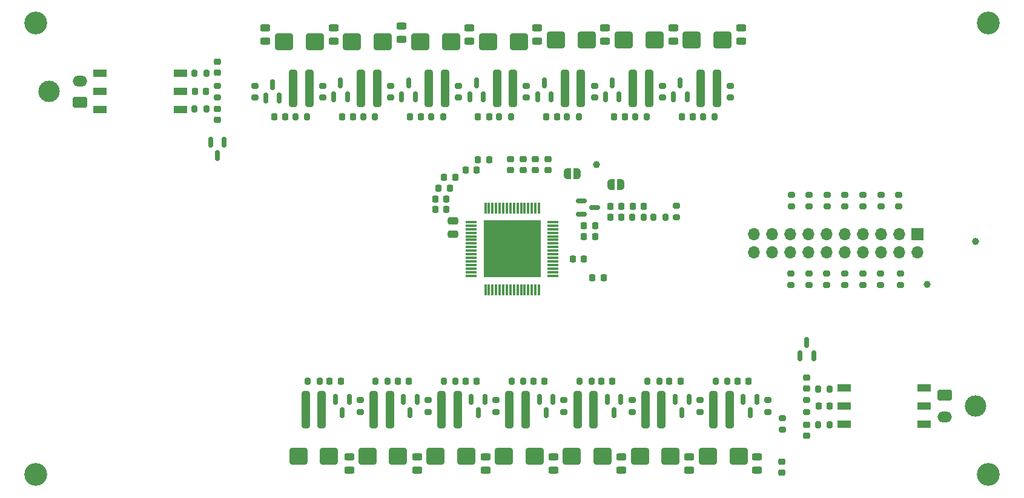
<source format=gbr>
%TF.GenerationSoftware,KiCad,Pcbnew,7.0.11-rc3*%
%TF.CreationDate,2025-03-16T23:24:32+08:00*%
%TF.ProjectId,BQ79616_BMS_14Ch,42513739-3631-4365-9f42-4d535f313443,V1.2*%
%TF.SameCoordinates,Original*%
%TF.FileFunction,Soldermask,Top*%
%TF.FilePolarity,Negative*%
%FSLAX46Y46*%
G04 Gerber Fmt 4.6, Leading zero omitted, Abs format (unit mm)*
G04 Created by KiCad (PCBNEW 7.0.11-rc3) date 2025-03-16 23:24:32*
%MOMM*%
%LPD*%
G01*
G04 APERTURE LIST*
G04 Aperture macros list*
%AMRoundRect*
0 Rectangle with rounded corners*
0 $1 Rounding radius*
0 $2 $3 $4 $5 $6 $7 $8 $9 X,Y pos of 4 corners*
0 Add a 4 corners polygon primitive as box body*
4,1,4,$2,$3,$4,$5,$6,$7,$8,$9,$2,$3,0*
0 Add four circle primitives for the rounded corners*
1,1,$1+$1,$2,$3*
1,1,$1+$1,$4,$5*
1,1,$1+$1,$6,$7*
1,1,$1+$1,$8,$9*
0 Add four rect primitives between the rounded corners*
20,1,$1+$1,$2,$3,$4,$5,0*
20,1,$1+$1,$4,$5,$6,$7,0*
20,1,$1+$1,$6,$7,$8,$9,0*
20,1,$1+$1,$8,$9,$2,$3,0*%
%AMFreePoly0*
4,1,19,0.500000,-0.750000,0.000000,-0.750000,0.000000,-0.744911,-0.071157,-0.744911,-0.207708,-0.704816,-0.327430,-0.627875,-0.420627,-0.520320,-0.479746,-0.390866,-0.500000,-0.250000,-0.500000,0.250000,-0.479746,0.390866,-0.420627,0.520320,-0.327430,0.627875,-0.207708,0.704816,-0.071157,0.744911,0.000000,0.744911,0.000000,0.750000,0.500000,0.750000,0.500000,-0.750000,0.500000,-0.750000,
$1*%
%AMFreePoly1*
4,1,19,0.000000,0.744911,0.071157,0.744911,0.207708,0.704816,0.327430,0.627875,0.420627,0.520320,0.479746,0.390866,0.500000,0.250000,0.500000,-0.250000,0.479746,-0.390866,0.420627,-0.520320,0.327430,-0.627875,0.207708,-0.704816,0.071157,-0.744911,0.000000,-0.744911,0.000000,-0.750000,-0.500000,-0.750000,-0.500000,0.750000,0.000000,0.750000,0.000000,0.744911,0.000000,0.744911,
$1*%
G04 Aperture macros list end*
%ADD10RoundRect,0.150000X0.150000X-0.587500X0.150000X0.587500X-0.150000X0.587500X-0.150000X-0.587500X0*%
%ADD11RoundRect,0.200000X-0.275000X0.200000X-0.275000X-0.200000X0.275000X-0.200000X0.275000X0.200000X0*%
%ADD12RoundRect,0.150000X-0.150000X0.587500X-0.150000X-0.587500X0.150000X-0.587500X0.150000X0.587500X0*%
%ADD13RoundRect,0.243750X-0.456250X0.243750X-0.456250X-0.243750X0.456250X-0.243750X0.456250X0.243750X0*%
%ADD14RoundRect,0.250000X-1.000000X-0.900000X1.000000X-0.900000X1.000000X0.900000X-1.000000X0.900000X0*%
%ADD15RoundRect,0.225000X0.250000X-0.225000X0.250000X0.225000X-0.250000X0.225000X-0.250000X-0.225000X0*%
%ADD16C,3.200000*%
%ADD17RoundRect,0.200000X0.275000X-0.200000X0.275000X0.200000X-0.275000X0.200000X-0.275000X-0.200000X0*%
%ADD18RoundRect,0.200000X-0.200000X-0.275000X0.200000X-0.275000X0.200000X0.275000X-0.200000X0.275000X0*%
%ADD19RoundRect,0.225000X0.225000X0.250000X-0.225000X0.250000X-0.225000X-0.250000X0.225000X-0.250000X0*%
%ADD20RoundRect,0.225000X-0.250000X0.225000X-0.250000X-0.225000X0.250000X-0.225000X0.250000X0.225000X0*%
%ADD21RoundRect,0.225000X-0.225000X-0.250000X0.225000X-0.250000X0.225000X0.250000X-0.225000X0.250000X0*%
%ADD22RoundRect,0.250000X-0.325000X-2.350000X0.325000X-2.350000X0.325000X2.350000X-0.325000X2.350000X0*%
%ADD23RoundRect,0.243750X0.456250X-0.243750X0.456250X0.243750X-0.456250X0.243750X-0.456250X-0.243750X0*%
%ADD24RoundRect,0.250000X0.325000X2.350000X-0.325000X2.350000X-0.325000X-2.350000X0.325000X-2.350000X0*%
%ADD25R,1.500000X0.300000*%
%ADD26R,0.300000X1.500000*%
%ADD27R,8.000000X8.000000*%
%ADD28RoundRect,0.250000X0.475000X-0.250000X0.475000X0.250000X-0.475000X0.250000X-0.475000X-0.250000X0*%
%ADD29RoundRect,0.250000X1.000000X0.900000X-1.000000X0.900000X-1.000000X-0.900000X1.000000X-0.900000X0*%
%ADD30RoundRect,0.150000X-0.587500X-0.150000X0.587500X-0.150000X0.587500X0.150000X-0.587500X0.150000X0*%
%ADD31RoundRect,0.200000X0.200000X0.275000X-0.200000X0.275000X-0.200000X-0.275000X0.200000X-0.275000X0*%
%ADD32C,1.000000*%
%ADD33R,1.830000X1.090000*%
%ADD34RoundRect,0.054500X0.860500X0.490500X-0.860500X0.490500X-0.860500X-0.490500X0.860500X-0.490500X0*%
%ADD35C,3.000000*%
%ADD36RoundRect,0.250001X0.759999X-0.499999X0.759999X0.499999X-0.759999X0.499999X-0.759999X-0.499999X0*%
%ADD37O,2.020000X1.500000*%
%ADD38FreePoly0,180.000000*%
%ADD39FreePoly1,180.000000*%
%ADD40RoundRect,0.054500X-0.860500X-0.490500X0.860500X-0.490500X0.860500X0.490500X-0.860500X0.490500X0*%
%ADD41R,1.700000X1.700000*%
%ADD42O,1.700000X1.700000*%
%ADD43RoundRect,0.218750X-0.218750X-0.256250X0.218750X-0.256250X0.218750X0.256250X-0.218750X0.256250X0*%
%ADD44RoundRect,0.250001X-0.759999X0.499999X-0.759999X-0.499999X0.759999X-0.499999X0.759999X0.499999X0*%
G04 APERTURE END LIST*
D10*
%TO.C,Q8*%
X115550000Y-73937500D03*
X117450000Y-73937500D03*
X116500000Y-72062500D03*
%TD*%
D11*
%TO.C,R49*%
X201560000Y-87425000D03*
X201560000Y-89075000D03*
%TD*%
D12*
%TO.C,Q11*%
X146200000Y-116062500D03*
X144300000Y-116062500D03*
X145250000Y-117937500D03*
%TD*%
D13*
%TO.C,F8*%
X115500000Y-64062500D03*
X115500000Y-65937500D03*
%TD*%
D12*
%TO.C,Q13*%
X165200000Y-116062500D03*
X163300000Y-116062500D03*
X164250000Y-117937500D03*
%TD*%
D14*
%TO.C,D3*%
X156100000Y-65750000D03*
X160400000Y-65750000D03*
%TD*%
D15*
%TO.C,C36*%
X108800000Y-70375000D03*
X108800000Y-68825000D03*
%TD*%
D10*
%TO.C,Q6*%
X134550000Y-73687500D03*
X136450000Y-73687500D03*
X135500000Y-71812500D03*
%TD*%
D16*
%TO.C,H1*%
X83400000Y-63400000D03*
%TD*%
D17*
%TO.C,R41*%
X128750000Y-117825000D03*
X128750000Y-116175000D03*
%TD*%
D18*
%TO.C,R66*%
X192775000Y-114600000D03*
X194425000Y-114600000D03*
%TD*%
D19*
%TO.C,C22*%
X140775000Y-88000000D03*
X139225000Y-88000000D03*
%TD*%
%TO.C,C9*%
X127775000Y-76500000D03*
X126225000Y-76500000D03*
%TD*%
D20*
%TO.C,C35*%
X108800000Y-75425000D03*
X108800000Y-76975000D03*
%TD*%
D21*
%TO.C,C11*%
X124475000Y-113500000D03*
X126025000Y-113500000D03*
%TD*%
D22*
%TO.C,R28*%
X140125000Y-117500000D03*
X142375000Y-117500000D03*
%TD*%
D17*
%TO.C,R44*%
X157250000Y-117825000D03*
X157250000Y-116175000D03*
%TD*%
D23*
%TO.C,F14*%
X174750000Y-125937500D03*
X174750000Y-124062500D03*
%TD*%
D14*
%TO.C,D1*%
X175100000Y-65750000D03*
X179400000Y-65750000D03*
%TD*%
D11*
%TO.C,R39*%
X123500000Y-72175000D03*
X123500000Y-73825000D03*
%TD*%
D21*
%TO.C,C31*%
X158500000Y-96400000D03*
X160050000Y-96400000D03*
%TD*%
D19*
%TO.C,C24*%
X142025000Y-85000000D03*
X140475000Y-85000000D03*
%TD*%
D10*
%TO.C,Q3*%
X163050000Y-73687500D03*
X164950000Y-73687500D03*
X164000000Y-71812500D03*
%TD*%
D24*
%TO.C,R25*%
X121625000Y-72500000D03*
X119375000Y-72500000D03*
%TD*%
D19*
%TO.C,C25*%
X145025000Y-84000000D03*
X143475000Y-84000000D03*
%TD*%
%TO.C,C1*%
X168375000Y-89050000D03*
X166825000Y-89050000D03*
%TD*%
D25*
%TO.C,U1*%
X144300000Y-91250000D03*
X144300000Y-91750000D03*
X144300000Y-92250000D03*
X144300000Y-92750000D03*
X144300000Y-93250000D03*
X144300000Y-93750000D03*
X144300000Y-94250000D03*
X144300000Y-94750000D03*
X144300000Y-95250000D03*
X144300000Y-95750000D03*
X144300000Y-96250000D03*
X144300000Y-96750000D03*
X144300000Y-97250000D03*
X144300000Y-97750000D03*
X144300000Y-98250000D03*
X144300000Y-98750000D03*
D26*
X146250000Y-100700000D03*
X146750000Y-100700000D03*
X147250000Y-100700000D03*
X147750000Y-100700000D03*
X148250000Y-100700000D03*
X148750000Y-100700000D03*
X149250000Y-100700000D03*
X149750000Y-100700000D03*
X150250000Y-100700000D03*
X150750000Y-100700000D03*
X151250000Y-100700000D03*
X151750000Y-100700000D03*
X152250000Y-100700000D03*
X152750000Y-100700000D03*
X153250000Y-100700000D03*
X153750000Y-100700000D03*
D25*
X155700000Y-98750000D03*
X155700000Y-98250000D03*
X155700000Y-97750000D03*
X155700000Y-97250000D03*
X155700000Y-96750000D03*
X155700000Y-96250000D03*
X155700000Y-95750000D03*
X155700000Y-95250000D03*
X155700000Y-94750000D03*
X155700000Y-94250000D03*
X155700000Y-93750000D03*
X155700000Y-93250000D03*
X155700000Y-92750000D03*
X155700000Y-92250000D03*
X155700000Y-91750000D03*
X155700000Y-91250000D03*
D26*
X153750000Y-89300000D03*
X153250000Y-89300000D03*
X152750000Y-89300000D03*
X152250000Y-89300000D03*
X151750000Y-89300000D03*
X151250000Y-89300000D03*
X150750000Y-89300000D03*
X150250000Y-89300000D03*
X149750000Y-89300000D03*
X149250000Y-89300000D03*
X148750000Y-89300000D03*
X148250000Y-89300000D03*
X147750000Y-89300000D03*
X147250000Y-89300000D03*
X146750000Y-89300000D03*
X146250000Y-89300000D03*
D27*
X150000000Y-95000000D03*
%TD*%
D28*
%TO.C,C3*%
X141750000Y-92950000D03*
X141750000Y-91050000D03*
%TD*%
D13*
%TO.C,F5*%
X144000000Y-64062500D03*
X144000000Y-65937500D03*
%TD*%
D23*
%TO.C,F12*%
X155750000Y-125937500D03*
X155750000Y-124062500D03*
%TD*%
D15*
%TO.C,C27*%
X149750000Y-83975000D03*
X149750000Y-82425000D03*
%TD*%
D14*
%TO.C,D7*%
X118100000Y-66000000D03*
X122400000Y-66000000D03*
%TD*%
D16*
%TO.C,H2*%
X216600000Y-63400000D03*
%TD*%
D29*
%TO.C,D10*%
X143600000Y-124000000D03*
X139300000Y-124000000D03*
%TD*%
D21*
%TO.C,C16*%
X171975000Y-113500000D03*
X173525000Y-113500000D03*
%TD*%
D11*
%TO.C,R34*%
X171000000Y-72175000D03*
X171000000Y-73825000D03*
%TD*%
D29*
%TO.C,D13*%
X172150000Y-124050000D03*
X167850000Y-124050000D03*
%TD*%
D18*
%TO.C,R11*%
X121425000Y-113500000D03*
X123075000Y-113500000D03*
%TD*%
D30*
%TO.C,Q1*%
X159662500Y-88250000D03*
X159662500Y-90150000D03*
X161537500Y-89200000D03*
%TD*%
D31*
%TO.C,R5*%
X168825000Y-76500000D03*
X167175000Y-76500000D03*
%TD*%
D32*
%TO.C,TP2*%
X161750000Y-83250000D03*
%TD*%
D17*
%TO.C,R57*%
X201500000Y-100075000D03*
X201500000Y-98425000D03*
%TD*%
D29*
%TO.C,D11*%
X153150000Y-124000000D03*
X148850000Y-124000000D03*
%TD*%
D17*
%TO.C,R59*%
X196500000Y-100075000D03*
X196500000Y-98425000D03*
%TD*%
D15*
%TO.C,C33*%
X191200000Y-114575000D03*
X191200000Y-113025000D03*
%TD*%
D24*
%TO.C,R19*%
X178625000Y-72500000D03*
X176375000Y-72500000D03*
%TD*%
D17*
%TO.C,R47*%
X185750000Y-117825000D03*
X185750000Y-116175000D03*
%TD*%
D10*
%TO.C,Q4*%
X153550000Y-73687500D03*
X155450000Y-73687500D03*
X154500000Y-71812500D03*
%TD*%
D33*
%TO.C,TR2*%
X103620000Y-75540000D03*
D34*
X103620000Y-73000000D03*
X103620000Y-70460000D03*
X92380000Y-70460000D03*
X92380000Y-73000000D03*
X92380000Y-75540000D03*
%TD*%
D23*
%TO.C,F15*%
X184250000Y-125937500D03*
X184250000Y-124062500D03*
%TD*%
D21*
%TO.C,C30*%
X161225000Y-99000000D03*
X162775000Y-99000000D03*
%TD*%
D17*
%TO.C,R60*%
X194000000Y-100075000D03*
X194000000Y-98425000D03*
%TD*%
D19*
%TO.C,C4*%
X175275000Y-76500000D03*
X173725000Y-76500000D03*
%TD*%
D11*
%TO.C,R37*%
X142500000Y-72175000D03*
X142500000Y-73825000D03*
%TD*%
D24*
%TO.C,R24*%
X131125000Y-72500000D03*
X128875000Y-72500000D03*
%TD*%
D23*
%TO.C,F10*%
X136750000Y-125937500D03*
X136750000Y-124062500D03*
%TD*%
D22*
%TO.C,R29*%
X149625000Y-117500000D03*
X151875000Y-117500000D03*
%TD*%
D19*
%TO.C,C7*%
X146775000Y-76500000D03*
X145225000Y-76500000D03*
%TD*%
D11*
%TO.C,R33*%
X180500000Y-72175000D03*
X180500000Y-73825000D03*
%TD*%
D17*
%TO.C,R65*%
X108800000Y-73825000D03*
X108800000Y-72175000D03*
%TD*%
D11*
%TO.C,R40*%
X114000000Y-72175000D03*
X114000000Y-73825000D03*
%TD*%
D17*
%TO.C,R43*%
X147750000Y-117825000D03*
X147750000Y-116175000D03*
%TD*%
D24*
%TO.C,R22*%
X150125000Y-72500000D03*
X147875000Y-72500000D03*
%TD*%
D29*
%TO.C,D9*%
X134050000Y-124000000D03*
X129750000Y-124000000D03*
%TD*%
D11*
%TO.C,R53*%
X191520000Y-87425000D03*
X191520000Y-89075000D03*
%TD*%
D14*
%TO.C,D2*%
X165600000Y-65750000D03*
X169900000Y-65750000D03*
%TD*%
D17*
%TO.C,R61*%
X191500000Y-100075000D03*
X191500000Y-98425000D03*
%TD*%
D10*
%TO.C,D16*%
X190250000Y-109937500D03*
X192150000Y-109937500D03*
X191200000Y-108062500D03*
%TD*%
D31*
%TO.C,R4*%
X178325000Y-76500000D03*
X176675000Y-76500000D03*
%TD*%
D13*
%TO.C,F4*%
X153500000Y-64062500D03*
X153500000Y-65937500D03*
%TD*%
D11*
%TO.C,R48*%
X204070000Y-87425000D03*
X204070000Y-89075000D03*
%TD*%
%TO.C,R52*%
X194030000Y-87425000D03*
X194030000Y-89075000D03*
%TD*%
D22*
%TO.C,R32*%
X178125000Y-117500000D03*
X180375000Y-117500000D03*
%TD*%
D31*
%TO.C,R6*%
X159325000Y-76500000D03*
X157675000Y-76500000D03*
%TD*%
D32*
%TO.C,TP3*%
X214750000Y-94000000D03*
%TD*%
D17*
%TO.C,R62*%
X189000000Y-100075000D03*
X189000000Y-98425000D03*
%TD*%
D13*
%TO.C,F1*%
X182000000Y-64062500D03*
X182000000Y-65937500D03*
%TD*%
D19*
%TO.C,C2*%
X165275000Y-90550000D03*
X163725000Y-90550000D03*
%TD*%
D17*
%TO.C,R42*%
X138250000Y-117825000D03*
X138250000Y-116175000D03*
%TD*%
D31*
%TO.C,R69*%
X107225000Y-70400000D03*
X105575000Y-70400000D03*
%TD*%
D21*
%TO.C,C15*%
X162475000Y-113500000D03*
X164025000Y-113500000D03*
%TD*%
D19*
%TO.C,C8*%
X137275000Y-76500000D03*
X135725000Y-76500000D03*
%TD*%
D13*
%TO.C,F7*%
X125000000Y-64062500D03*
X125000000Y-65937500D03*
%TD*%
D14*
%TO.C,D6*%
X127600000Y-66050000D03*
X131900000Y-66050000D03*
%TD*%
D29*
%TO.C,D14*%
X181650000Y-124000000D03*
X177350000Y-124000000D03*
%TD*%
D18*
%TO.C,R67*%
X192775000Y-119600000D03*
X194425000Y-119600000D03*
%TD*%
D35*
%TO.C,J5*%
X85250000Y-73000000D03*
D36*
X89570000Y-74500000D03*
D37*
X89570000Y-71500000D03*
%TD*%
D12*
%TO.C,Q15*%
X184200000Y-116062500D03*
X182300000Y-116062500D03*
X183250000Y-117937500D03*
%TD*%
D38*
%TO.C,JP1*%
X165150000Y-86000000D03*
D39*
X163850000Y-86000000D03*
%TD*%
D10*
%TO.C,Q2*%
X172550000Y-73687500D03*
X174450000Y-73687500D03*
X173500000Y-71812500D03*
%TD*%
D32*
%TO.C,TP4*%
X208000000Y-100000000D03*
%TD*%
D29*
%TO.C,D8*%
X124400000Y-124000000D03*
X120100000Y-124000000D03*
%TD*%
D19*
%TO.C,C21*%
X140775000Y-89500000D03*
X139225000Y-89500000D03*
%TD*%
D18*
%TO.C,R15*%
X159425000Y-113500000D03*
X161075000Y-113500000D03*
%TD*%
D21*
%TO.C,C38*%
X105625000Y-73000000D03*
X107175000Y-73000000D03*
%TD*%
D31*
%TO.C,R1*%
X171425000Y-90550000D03*
X169775000Y-90550000D03*
%TD*%
D33*
%TO.C,TR1*%
X196380000Y-114460000D03*
D40*
X196380000Y-117000000D03*
X196380000Y-119540000D03*
X207620000Y-119540000D03*
X207620000Y-117000000D03*
X207620000Y-114460000D03*
%TD*%
D10*
%TO.C,Q5*%
X144050000Y-73687500D03*
X145950000Y-73687500D03*
X145000000Y-71812500D03*
%TD*%
D12*
%TO.C,Q10*%
X136700000Y-116062500D03*
X134800000Y-116062500D03*
X135750000Y-117937500D03*
%TD*%
D23*
%TO.C,F11*%
X146250000Y-125937500D03*
X146250000Y-124062500D03*
%TD*%
D14*
%TO.C,D5*%
X137150000Y-66000000D03*
X141450000Y-66000000D03*
%TD*%
D11*
%TO.C,R35*%
X161500000Y-72175000D03*
X161500000Y-73825000D03*
%TD*%
D16*
%TO.C,H4*%
X216600000Y-126600000D03*
%TD*%
D13*
%TO.C,F2*%
X172500000Y-64062500D03*
X172500000Y-65937500D03*
%TD*%
D31*
%TO.C,R8*%
X140325000Y-76500000D03*
X138675000Y-76500000D03*
%TD*%
D18*
%TO.C,R17*%
X178425000Y-113500000D03*
X180075000Y-113500000D03*
%TD*%
D21*
%TO.C,C14*%
X152975000Y-113500000D03*
X154525000Y-113500000D03*
%TD*%
D38*
%TO.C,JP2*%
X159050000Y-84500000D03*
D39*
X157750000Y-84500000D03*
%TD*%
D18*
%TO.C,R12*%
X130925000Y-113500000D03*
X132575000Y-113500000D03*
%TD*%
D23*
%TO.C,F9*%
X127250000Y-125937500D03*
X127250000Y-124062500D03*
%TD*%
D12*
%TO.C,Q14*%
X174700000Y-116062500D03*
X172800000Y-116062500D03*
X173750000Y-117937500D03*
%TD*%
D17*
%TO.C,R45*%
X166750000Y-117825000D03*
X166750000Y-116175000D03*
%TD*%
D11*
%TO.C,R54*%
X189010000Y-87425000D03*
X189010000Y-89075000D03*
%TD*%
D23*
%TO.C,F13*%
X165250000Y-125937500D03*
X165250000Y-124062500D03*
%TD*%
D20*
%TO.C,C18*%
X187700000Y-124750000D03*
X187700000Y-126300000D03*
%TD*%
D21*
%TO.C,C32*%
X160025000Y-93300000D03*
X161575000Y-93300000D03*
%TD*%
D20*
%TO.C,C34*%
X191200000Y-119625000D03*
X191200000Y-121175000D03*
%TD*%
D11*
%TO.C,R64*%
X191200000Y-116175000D03*
X191200000Y-117825000D03*
%TD*%
D17*
%TO.C,R58*%
X199000000Y-100075000D03*
X199000000Y-98425000D03*
%TD*%
D22*
%TO.C,R27*%
X130625000Y-117500000D03*
X132875000Y-117500000D03*
%TD*%
D10*
%TO.C,Q7*%
X125050000Y-73687500D03*
X126950000Y-73687500D03*
X126000000Y-71812500D03*
%TD*%
D18*
%TO.C,R16*%
X168925000Y-113500000D03*
X170575000Y-113500000D03*
%TD*%
D11*
%TO.C,R36*%
X152000000Y-72175000D03*
X152000000Y-73825000D03*
%TD*%
D17*
%TO.C,R18*%
X187750000Y-120325000D03*
X187750000Y-118675000D03*
%TD*%
D18*
%TO.C,R14*%
X149925000Y-113500000D03*
X151575000Y-113500000D03*
%TD*%
D11*
%TO.C,R50*%
X199050000Y-87425000D03*
X199050000Y-89075000D03*
%TD*%
D15*
%TO.C,C29*%
X153250000Y-83975000D03*
X153250000Y-82425000D03*
%TD*%
D19*
%TO.C,C5*%
X165775000Y-76500000D03*
X164225000Y-76500000D03*
%TD*%
D22*
%TO.C,R26*%
X121125000Y-117500000D03*
X123375000Y-117500000D03*
%TD*%
D17*
%TO.C,R46*%
X176250000Y-117825000D03*
X176250000Y-116175000D03*
%TD*%
D24*
%TO.C,R20*%
X169125000Y-72500000D03*
X166875000Y-72500000D03*
%TD*%
D12*
%TO.C,D17*%
X109750000Y-80062500D03*
X107850000Y-80062500D03*
X108800000Y-81937500D03*
%TD*%
D13*
%TO.C,F3*%
X163000000Y-64062500D03*
X163000000Y-65937500D03*
%TD*%
D14*
%TO.C,D4*%
X146650000Y-66000000D03*
X150950000Y-66000000D03*
%TD*%
D41*
%TO.C,J1*%
X206660000Y-92960000D03*
D42*
X206660000Y-95500000D03*
X204120000Y-92960000D03*
X204120000Y-95500000D03*
X201580000Y-92960000D03*
X201580000Y-95500000D03*
X199040000Y-92960000D03*
X199040000Y-95500000D03*
X196500000Y-92960000D03*
X196500000Y-95500000D03*
X193960000Y-92960000D03*
X193960000Y-95500000D03*
X191420000Y-92960000D03*
X191420000Y-95500000D03*
X188880000Y-92960000D03*
X188880000Y-95500000D03*
X186340000Y-92960000D03*
X186340000Y-95500000D03*
X183800000Y-92960000D03*
X183800000Y-95500000D03*
%TD*%
D21*
%TO.C,C13*%
X143475000Y-113500000D03*
X145025000Y-113500000D03*
%TD*%
D31*
%TO.C,R7*%
X149825000Y-76500000D03*
X148175000Y-76500000D03*
%TD*%
D22*
%TO.C,R31*%
X168625000Y-117500000D03*
X170875000Y-117500000D03*
%TD*%
D11*
%TO.C,R38*%
X133000000Y-72175000D03*
X133000000Y-73825000D03*
%TD*%
D43*
%TO.C,D15*%
X163712500Y-89050000D03*
X165287500Y-89050000D03*
%TD*%
D35*
%TO.C,J4*%
X214750000Y-117000000D03*
D44*
X210430000Y-115500000D03*
D37*
X210430000Y-118500000D03*
%TD*%
D17*
%TO.C,R2*%
X173000000Y-90575000D03*
X173000000Y-88925000D03*
%TD*%
D31*
%TO.C,R9*%
X130825000Y-76500000D03*
X129175000Y-76500000D03*
%TD*%
D19*
%TO.C,C10*%
X118275000Y-76500000D03*
X116725000Y-76500000D03*
%TD*%
D17*
%TO.C,R56*%
X204250000Y-100075000D03*
X204250000Y-98425000D03*
%TD*%
D31*
%TO.C,R3*%
X168425000Y-90550000D03*
X166775000Y-90550000D03*
%TD*%
D15*
%TO.C,C20*%
X155000000Y-83975000D03*
X155000000Y-82425000D03*
%TD*%
D19*
%TO.C,C23*%
X141275000Y-86500000D03*
X139725000Y-86500000D03*
%TD*%
D16*
%TO.C,H3*%
X83400000Y-126600000D03*
%TD*%
D12*
%TO.C,Q12*%
X155700000Y-116062500D03*
X153800000Y-116062500D03*
X154750000Y-117937500D03*
%TD*%
D19*
%TO.C,C26*%
X146775000Y-82500000D03*
X145225000Y-82500000D03*
%TD*%
D24*
%TO.C,R23*%
X140625000Y-72500000D03*
X138375000Y-72500000D03*
%TD*%
D11*
%TO.C,R51*%
X196540000Y-87425000D03*
X196540000Y-89075000D03*
%TD*%
D29*
%TO.C,D12*%
X162650000Y-124000000D03*
X158350000Y-124000000D03*
%TD*%
D21*
%TO.C,C12*%
X133975000Y-113500000D03*
X135525000Y-113500000D03*
%TD*%
D31*
%TO.C,R10*%
X121325000Y-76500000D03*
X119675000Y-76500000D03*
%TD*%
D18*
%TO.C,R13*%
X140425000Y-113500000D03*
X142075000Y-113500000D03*
%TD*%
D31*
%TO.C,R68*%
X107225000Y-75400000D03*
X105575000Y-75400000D03*
%TD*%
D19*
%TO.C,C6*%
X156275000Y-76500000D03*
X154725000Y-76500000D03*
%TD*%
D12*
%TO.C,Q9*%
X127200000Y-116062500D03*
X125300000Y-116062500D03*
X126250000Y-117937500D03*
%TD*%
D21*
%TO.C,C19*%
X160025000Y-91800000D03*
X161575000Y-91800000D03*
%TD*%
%TO.C,C17*%
X181475000Y-113500000D03*
X183025000Y-113500000D03*
%TD*%
D13*
%TO.C,F6*%
X134500000Y-63812500D03*
X134500000Y-65687500D03*
%TD*%
D22*
%TO.C,R30*%
X159125000Y-117500000D03*
X161375000Y-117500000D03*
%TD*%
D19*
%TO.C,C37*%
X194375000Y-117000000D03*
X192825000Y-117000000D03*
%TD*%
D15*
%TO.C,C28*%
X151500000Y-83975000D03*
X151500000Y-82425000D03*
%TD*%
D24*
%TO.C,R21*%
X159625000Y-72500000D03*
X157375000Y-72500000D03*
%TD*%
M02*

</source>
